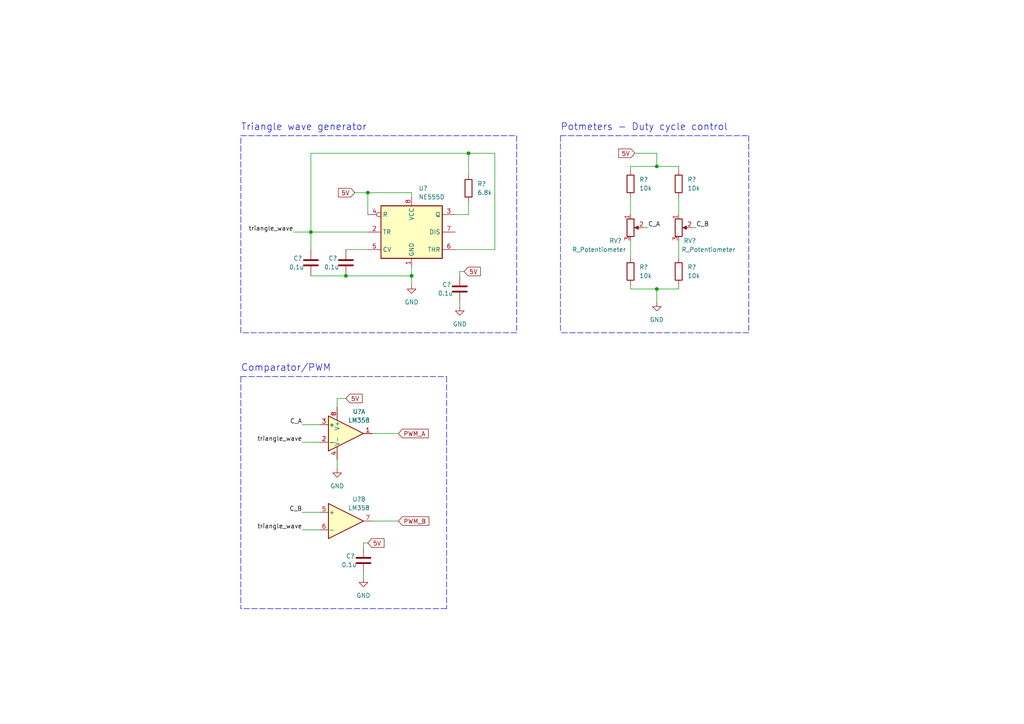
<source format=kicad_sch>
(kicad_sch (version 20211123) (generator eeschema)
  (paper "A4")
  (lib_symbols
    (symbol "Amplifier_Operational:LM358" (pin_names (offset 0.127))
      (property "Reference" "U" (at 0 5.08 0))
      (property "Value" "LM358" (at 0 -5.08 0))
      (symbol "LM358_1_1"
        (polyline (pts (xy -5.08 5.08) (xy 5.08 0) (xy -5.08 -5.08) (xy -5.08 5.08)) (stroke (width 0.254)) (fill (type background)))
        (pin output line (at 7.62 0 180) (length 2.54) (name "~") (number "1"))
        (pin input line (at -7.62 -2.54 0) (length 2.54) (name "-") (number "2"))
        (pin input line (at -7.62 2.54 0) (length 2.54) (name "+") (number "3"))
      )
      (symbol "LM358_2_1"
        (polyline (pts (xy -5.08 5.08) (xy 5.08 0) (xy -5.08 -5.08) (xy -5.08 5.08)) (stroke (width 0.254)) (fill (type background)))
        (pin input line (at -7.62 2.54 0) (length 2.54) (name "+") (number "5"))
        (pin input line (at -7.62 -2.54 0) (length 2.54) (name "-") (number "6"))
        (pin output line (at 7.62 0 180) (length 2.54) (name "~") (number "7"))
      )
      (symbol "LM358_3_1"
        (pin power_in line (at -2.54 -7.62 90) (length 3.81) (name "V-") (number "4"))
        (pin power_in line (at -2.54 7.62 270) (length 3.81) (name "V+") (number "8"))
      )
    )
    (symbol "Device:C" (pin_numbers hide) (pin_names (offset 0.254))
      (property "Reference" "C" (at 0.635 2.54 0))
      (property "Value" "C" (at 0.635 -2.54 0))
      (symbol "C_0_1"
        (polyline (pts (xy -2.032 -0.762) (xy 2.032 -0.762)) (stroke (width 0.508)))
        (polyline (pts (xy -2.032 0.762) (xy 2.032 0.762)) (stroke (width 0.508)))
      )
      (symbol "C_1_1"
        (pin passive line (at 0 3.81 270) (length 2.794) (name "~") (number "1"))
        (pin passive line (at 0 -3.81 90) (length 2.794) (name "~") (number "2"))
      )
    )
    (symbol "Device:R" (pin_numbers hide) (pin_names (offset 0))
      (property "Reference" "R" (at 2.032 0 90))
      (property "Value" "R" (at 0 0 90))
      (symbol "R_0_1"
        (rectangle (start -1.016 -2.54) (end 1.016 2.54) (stroke (width 0.254)))
      )
      (symbol "R_1_1"
        (pin passive line (at 0 3.81 270) (length 1.27) (name "~") (number "1"))
        (pin passive line (at 0 -3.81 90) (length 1.27) (name "~") (number "2"))
      )
    )
    (symbol "Device:R_Potentiometer" (pin_names (offset 1.016) hide)
      (property "Reference" "RV" (at -4.445 0 90))
      (property "Value" "R_Potentiometer" (at -2.54 0 90))
      (symbol "R_Potentiometer_0_1"
        (polyline (pts (xy 2.54 0) (xy 1.524 0)))
        (polyline (pts (xy 1.143 0) (xy 2.286 0.508) (xy 2.286 -0.508) (xy 1.143 0)) (fill (type outline)))
        (rectangle (start 1.016 2.54) (end -1.016 -2.54) (stroke (width 0.254)))
      )
      (symbol "R_Potentiometer_1_1"
        (pin passive line (at 0 3.81 270) (length 1.27) (name "1") (number "1"))
        (pin passive line (at 3.81 0 180) (length 1.27) (name "2") (number "2"))
        (pin passive line (at 0 -3.81 90) (length 1.27) (name "3") (number "3"))
      )
    )
    (symbol "Timer:NE555D"
      (property "Reference" "U?" (at 2.0194 12.7 0))
      (property "Value" "NE555D" (at 2.0194 10.16 0))
      (symbol "NE555D_0_0"
        (pin power_in line (at 0 -10.16 90) (length 2.54) (name "GND") (number "1"))
        (pin power_in line (at 0 10.16 270) (length 2.54) (name "VCC") (number "8"))
      )
      (symbol "NE555D_0_1"
        (rectangle (start -8.89 -7.62) (end 8.89 7.62) (stroke (width 0.254)) (fill (type background)))
        (rectangle (start -8.89 -7.62) (end 8.89 7.62) (stroke (width 0.254)) (fill (type background)))
      )
      (symbol "NE555D_1_1"
        (pin input line (at -12.7 0 0) (length 3.81) (name "TR") (number "2"))
        (pin output line (at 12.7 5.08 180) (length 3.81) (name "Q") (number "3"))
        (pin input inverted (at -12.7 5.08 0) (length 3.81) (name "R") (number "4"))
        (pin input line (at -12.7 -5.08 0) (length 3.81) (name "CV") (number "5"))
        (pin input line (at 12.7 -5.08 180) (length 3.81) (name "THR") (number "6"))
        (pin input line (at 12.7 0 180) (length 3.81) (name "DIS") (number "7"))
      )
    )
    (symbol "power:GND" (power) (pin_names (offset 0))
      (property "Value" "GND" (at 0 -3.81 0))
      (symbol "GND_0_1"
        (polyline (pts (xy 0 0) (xy 0 -1.27) (xy 1.27 -1.27) (xy 0 -2.54) (xy -1.27 -1.27) (xy 0 -1.27)))
      )
      (symbol "GND_1_1"
        (pin power_in line (at 0 0 270) (length 0) hide (name "GND") (number "1"))
      )
    )
  )
  (junction (at 100.33 80.01))
  (junction (at 90.17 67.31))
  (junction (at 190.5 83.82))
  (junction (at 106.68 55.88))
  (junction (at 119.38 80.01))
  (junction (at 135.89 44.45))
  (junction (at 190.5 48.26))
  (wire (pts (xy 135.89 62.23) (xy 132.08 62.23)))
  (wire (pts (xy 85.09 67.31) (xy 90.17 67.31)))
  (wire (pts (xy 102.87 55.88) (xy 106.68 55.88)))
  (wire (pts (xy 100.33 80.01) (xy 119.38 80.01)))
  (wire (pts (xy 90.17 44.45) (xy 135.89 44.45)))
  (wire (pts (xy 119.38 80.01) (xy 119.38 82.55)))
  (wire (pts (xy 132.08 72.39) (xy 143.51 72.39)))
  (wire (pts (xy 133.35 78.74) (xy 133.35 80.01)))
  (polyline (pts (xy 149.86 96.52) (xy 69.85 96.52)))
  (wire (pts (xy 100.33 72.39) (xy 106.68 72.39)))
  (wire (pts (xy 90.17 67.31) (xy 90.17 72.39)))
  (wire (pts (xy 135.89 44.45) (xy 135.89 50.8)))
  (wire (pts (xy 143.51 72.39) (xy 143.51 44.45)))
  (wire (pts (xy 190.5 44.45) (xy 190.5 48.26)))
  (wire (pts (xy 182.88 57.15) (xy 182.88 62.23)))
  (wire (pts (xy 87.63 148.59) (xy 92.71 148.59)))
  (wire (pts (xy 119.38 80.01) (xy 119.38 77.47)))
  (wire (pts (xy 190.5 83.82) (xy 190.5 87.63)))
  (wire (pts (xy 107.95 151.13) (xy 115.57 151.13)))
  (wire (pts (xy 90.17 80.01) (xy 100.33 80.01)))
  (wire (pts (xy 196.85 83.82) (xy 196.85 82.55)))
  (wire (pts (xy 90.17 67.31) (xy 106.68 67.31)))
  (wire (pts (xy 134.62 78.74) (xy 133.35 78.74)))
  (polyline (pts (xy 217.17 39.37) (xy 217.17 96.52)))
  (wire (pts (xy 196.85 57.15) (xy 196.85 62.23)))
  (wire (pts (xy 182.88 48.26) (xy 190.5 48.26)))
  (wire (pts (xy 105.41 167.64) (xy 105.41 166.37)))
  (wire (pts (xy 200.66 66.04) (xy 201.93 66.04)))
  (polyline (pts (xy 162.56 39.37) (xy 162.56 96.52)))
  (polyline (pts (xy 217.17 96.52) (xy 162.56 96.52)))
  (wire (pts (xy 106.68 55.88) (xy 119.38 55.88)))
  (wire (pts (xy 87.63 153.67) (xy 92.71 153.67)))
  (wire (pts (xy 106.68 62.23) (xy 106.68 55.88)))
  (polyline (pts (xy 162.56 39.37) (xy 217.17 39.37)))
  (wire (pts (xy 97.79 133.35) (xy 97.79 135.89)))
  (wire (pts (xy 135.89 44.45) (xy 143.51 44.45)))
  (polyline (pts (xy 69.85 96.52) (xy 69.85 39.37)))
  (polyline (pts (xy 129.54 176.53) (xy 69.85 176.53)))
  (wire (pts (xy 105.41 157.48) (xy 105.41 158.75)))
  (wire (pts (xy 182.88 49.53) (xy 182.88 48.26)))
  (wire (pts (xy 135.89 58.42) (xy 135.89 62.23)))
  (wire (pts (xy 87.63 123.19) (xy 92.71 123.19)))
  (polyline (pts (xy 69.85 39.37) (xy 149.86 39.37)))
  (polyline (pts (xy 69.85 109.22) (xy 129.54 109.22)))
  (wire (pts (xy 190.5 83.82) (xy 196.85 83.82)))
  (wire (pts (xy 90.17 44.45) (xy 90.17 67.31)))
  (wire (pts (xy 100.33 115.57) (xy 97.79 115.57)))
  (polyline (pts (xy 69.85 39.37) (xy 69.85 39.37)))
  (wire (pts (xy 119.38 55.88) (xy 119.38 57.15)))
  (wire (pts (xy 182.88 69.85) (xy 182.88 74.93)))
  (wire (pts (xy 184.15 44.45) (xy 190.5 44.45)))
  (wire (pts (xy 106.68 157.48) (xy 105.41 157.48)))
  (wire (pts (xy 97.79 115.57) (xy 97.79 118.11)))
  (wire (pts (xy 182.88 83.82) (xy 190.5 83.82)))
  (wire (pts (xy 196.85 69.85) (xy 196.85 74.93)))
  (wire (pts (xy 186.69 66.04) (xy 187.96 66.04)))
  (polyline (pts (xy 129.54 109.22) (xy 129.54 176.53)))
  (wire (pts (xy 190.5 48.26) (xy 196.85 48.26)))
  (wire (pts (xy 196.85 48.26) (xy 196.85 49.53)))
  (wire (pts (xy 133.35 88.9) (xy 133.35 87.63)))
  (polyline (pts (xy 69.85 109.22) (xy 69.85 176.53)))
  (wire (pts (xy 87.63 128.27) (xy 92.71 128.27)))
  (wire (pts (xy 182.88 82.55) (xy 182.88 83.82)))
  (polyline (pts (xy 149.86 39.37) (xy 149.86 96.52)))
  (wire (pts (xy 107.95 125.73) (xy 115.57 125.73)))
  (text "Potmeters - Duty cycle control" (at 162.56 38.1 0) (effects (font (size 2 2)) (justify left bottom)))
  (text "Triangle wave generator" (at 69.85 38.1 0) (effects (font (size 2 2)) (justify left bottom)))
  (text "Comparator/PWM" (at 69.85 107.95 0) (effects (font (size 2 2)) (justify left bottom)))
  (label "triangle_wave" (at 85.09 67.31 180))
  (label "C_A" (at 87.63 123.19 180))
  (label "C_B" (at 201.93 66.04 0))
  (label "C_B" (at 87.63 148.59 180))
  (label "C_A" (at 187.96 66.04 0))
  (label "triangle_wave" (at 87.63 153.67 180))
  (label "triangle_wave" (at 87.63 128.27 180))
  (global_label "5V" (shape input) (at 102.87 55.88 180) (property "Intersheet References" "${INTERSHEET_REFS}" (effects hide)))
  (global_label "5V" (shape input) (at 106.68 157.48 0) (property "Intersheet References" "${INTERSHEET_REFS}" (effects hide)))
  (global_label "PWM_A" (shape input) (at 115.57 125.73 0) (property "Intersheet References" "${INTERSHEET_REFS}" (effects hide)))
  (global_label "5V" (shape input) (at 134.62 78.74 0) (property "Intersheet References" "${INTERSHEET_REFS}" (effects hide)))
  (global_label "5V" (shape input) (at 184.15 44.45 180) (property "Intersheet References" "${INTERSHEET_REFS}" (effects hide)))
  (global_label "PWM_B" (shape input) (at 115.57 151.13 0) (property "Intersheet References" "${INTERSHEET_REFS}" (effects hide)))
  (global_label "5V" (shape input) (at 100.33 115.57 0) (property "Intersheet References" "${INTERSHEET_REFS}" (effects hide)))
  (symbol (lib_id "Device:R") (at 135.89 54.61 0) (unit 1)
    (property "Reference" "R?" (at 138.43 53.3399 0) (effects (justify left)))
    (property "Value" "6.8k" (at 138.43 55.8799 0) (effects (justify left)))
  )
  (symbol (lib_id "power:GND") (at 190.5 87.63 0) (unit 1)
    (property "Reference" "#PWR?" (effects hide))
    (property "Value" "GND" (at 190.5 92.71 0))
  )
  (symbol (lib_id "power:GND") (at 97.79 135.89 0) (unit 1)
    (property "Reference" "#PWR?" (effects hide))
    (property "Value" "GND" (at 97.79 140.97 0))
  )
  (symbol (lib_id "Amplifier_Operational:LM358") (at 100.33 151.13 0) (unit 2)
    (property "Reference" "U?" (at 104.14 144.78 0))
    (property "Value" "LM358" (at 104.14 147.32 0))
    (property "Datasheet" "http://www.ti.com/lit/ds/symlink/lm2904-n.pdf" (effects hide))
  )
  (symbol (lib_id "Device:R_Potentiometer") (at 196.85 66.04 0) (unit 1)
    (property "Reference" "RV?" (at 201.93 69.85 0) (effects (justify right)))
    (property "Value" "R_Potentiometer" (at 213.36 72.39 0) (effects (justify right)))
  )
  (symbol (lib_id "Device:C") (at 105.41 162.56 0) (unit 1)
    (property "Reference" "C?" (at 100.33 161.29 0) (effects (justify left)))
    (property "Value" "0.1u" (at 99.06 163.83 0) (effects (justify left)))
  )
  (symbol (lib_id "Device:C") (at 133.35 83.82 0) (unit 1)
    (property "Reference" "C?" (at 128.27 82.55 0) (effects (justify left)))
    (property "Value" "0.1u" (at 127 85.09 0) (effects (justify left)))
  )
  (symbol (lib_id "Device:R") (at 196.85 78.74 0) (unit 1)
    (property "Reference" "R?" (at 199.39 77.4699 0) (effects (justify left)))
    (property "Value" "10k" (at 199.39 80.0099 0) (effects (justify left)))
  )
  (symbol (lib_id "Device:R") (at 196.85 53.34 0) (unit 1)
    (property "Reference" "R?" (at 199.39 52.0699 0) (effects (justify left)))
    (property "Value" "10k" (at 199.39 54.6099 0) (effects (justify left)))
  )
  (symbol (lib_id "Amplifier_Operational:LM358") (at 100.33 125.73 0) (unit 3)
    (property "Reference" "U?" (effects hide))
    (property "Value" "LM358" (effects hide))
    (property "Datasheet" "http://www.ti.com/lit/ds/symlink/lm2904-n.pdf" (effects hide))
  )
  (symbol (lib_id "Timer:NE555D") (at 119.38 67.31 0) (unit 1)
    (property "Reference" "U?" (at 121.3994 54.61 0) (effects (justify left)))
    (property "Value" "NE555D" (at 121.3994 57.15 0) (effects (justify left)))
    (property "Footprint" "Package_SO:SOIC-8_3.9x4.9mm_P1.27mm" (effects hide))
    (property "Datasheet" "http://www.ti.com/lit/ds/symlink/ne555.pdf" (effects hide))
  )
  (symbol (lib_id "power:GND") (at 105.41 167.64 0) (unit 1)
    (property "Reference" "#PWR?" (effects hide))
    (property "Value" "GND" (at 105.41 172.72 0))
  )
  (symbol (lib_id "power:GND") (at 133.35 88.9 0) (unit 1)
    (property "Reference" "#PWR?" (effects hide))
    (property "Value" "GND" (at 133.35 93.98 0))
  )
  (symbol (lib_id "Device:R_Potentiometer") (at 182.88 66.04 0) (unit 1)
    (property "Reference" "RV?" (at 180.34 69.85 0) (effects (justify right)))
    (property "Value" "R_Potentiometer" (at 181.61 72.39 0) (effects (justify right)))
  )
  (symbol (lib_id "power:GND") (at 119.38 82.55 0) (unit 1)
    (property "Reference" "#PWR?" (effects hide))
    (property "Value" "GND" (at 119.38 87.63 0))
  )
  (symbol (lib_id "Device:R") (at 182.88 78.74 0) (unit 1)
    (property "Reference" "R?" (at 185.42 77.4699 0) (effects (justify left)))
    (property "Value" "10k" (at 185.42 80.0099 0) (effects (justify left)))
  )
  (symbol (lib_id "Amplifier_Operational:LM358") (at 100.33 125.73 0) (unit 1)
    (property "Reference" "U?" (at 104.14 119.38 0))
    (property "Value" "LM358" (at 104.14 121.92 0))
    (property "Datasheet" "http://www.ti.com/lit/ds/symlink/lm2904-n.pdf" (effects hide))
  )
  (symbol (lib_id "Device:C") (at 90.17 76.2 0) (unit 1)
    (property "Reference" "C?" (at 85.09 74.93 0) (effects (justify left)))
    (property "Value" "0.1u" (at 83.82 77.47 0) (effects (justify left)))
  )
  (symbol (lib_id "Device:C") (at 100.33 76.2 0) (unit 1)
    (property "Reference" "C?" (at 95.25 74.93 0) (effects (justify left)))
    (property "Value" "0.1u" (at 93.98 77.47 0) (effects (justify left)))
  )
  (symbol (lib_id "Device:R") (at 182.88 53.34 0) (unit 1)
    (property "Reference" "R?" (at 185.42 52.0699 0) (effects (justify left)))
    (property "Value" "10k" (at 185.42 54.6099 0) (effects (justify left)))
  )
)
</source>
